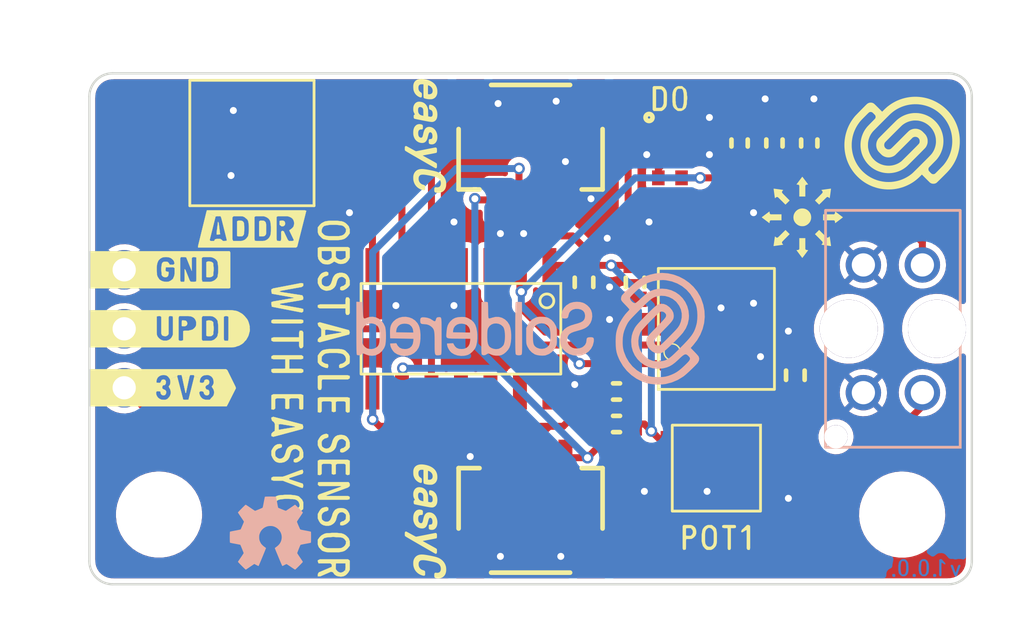
<source format=kicad_pcb>
(kicad_pcb (version 20210126) (generator pcbnew)
  (layers (0 "F.Cu" mixed) (31 "B.Cu" signal) (34 "B.Paste" user) (35 "F.Paste" user) (36 "B.SilkS" user "B.Silkscreen") (37 "F.SilkS" user "F.Silkscreen") (38 "B.Mask" user) (39 "F.Mask" user) (44 "Edge.Cuts" user))
  (net 0 "")
  (net 1 "A0")
  (net 2 "GND")
  (net 3 "3V3")
  (net 4 "Net-(D1-Pad1)")
  (net 5 "SDA")
  (net 6 "SCL")
  (net 7 "UPDI")
  (net 8 "ADD3")
  (net 9 "ADD2")
  (net 10 "ADD1")
  (net 11 "POT")
  (net 12 "Net-(R2-Pad1)")
  (net 13 "D0")
  (footprint "e-radionica.com footprinti:SOIC−8" (layer "F.Cu") (at 127 119 90)
    (fp_text reference "U2")
    (fp_text value "LM393")
    (pad "1" smd rect (at -2.7 -1.905 90) (size 1.55 0.6) (layers "F.Cu" "F.Paste" "F.Mask") (net 13 "D0"))
    (pad "2" smd rect (at -2.6 -0.635 90) (size 1.55 0.6) (layers "F.Cu" "F.Paste" "F.Mask") (net 11 "POT"))
    (pad "3" smd rect (at -2.6 0.635 90) (size 1.55 0.6) (layers "F.Cu" "F.Paste" "F.Mask") (net 1 "A0"))
    (pad "4" smd rect (at -2.6 1.905 90) (size 1.55 0.6) (layers "F.Cu" "F.Paste" "F.Mask") (net 2 "GND"))
    (pad "5" smd rect (at 2.6 1.905 90) (size 1.55 0.6) (layers "F.Cu" "F.Paste" "F.Mask"))
    (pad "6" smd rect (at 2.6 0.635 90) (size 1.55 0.6) (layers "F.Cu" "F.Paste" "F.Mask"))
    (pad "7" smd rect (at 2.6 -0.635 90) (size 1.55 0.6) (layers "F.Cu" "F.Paste" "F.Mask"))
    (pad "8" smd rect (at 2.6 -1.905 90) (size 1.55 0.6) (layers "F.Cu" "F.Paste" "F.Mask") (net 3 "3V3"))
  )
  (footprint "buzzardLabel" (layer "F.Cu") (at 127 128)
    (fp_text reference "" (at 0 0) (layer "F.SilkS") (effects (font (size 1.27 1.27))))
    (fp_text value "" (at 0 0) (layer "F.SilkS") (effects (font (size 1.27 1.27))))
  )
  (footprint "buzzardLabel" (layer "F.Cu") (at 99.6 116.46)
    (fp_text reference "" (at 0 0) (layer "F.SilkS") (effects (font (size 1.27 1.27))))
    (fp_text value "" (at 0 0) (layer "F.SilkS") (effects (font (size 1.27 1.27))))
  )
  (footprint "e-radionica.com footprinti:0603C" (layer "F.Cu") (at 123.5 117 90)
    (fp_text reference "C2")
    (fp_text value "0.1uF")
    (pad "1" smd rect (at -0.73 0 90) (size 0.66 1) (layers "F.Cu" "F.Paste" "F.Mask") (net 2 "GND"))
    (pad "2" smd rect (at 0.73 0 90) (size 0.66 1) (layers "F.Cu" "F.Paste" "F.Mask") (net 3 "3V3"))
  )
  (footprint "Soldered Graphics:Logo-Front-easyC-5mm" (layer "F.Cu") (at 114.5 110.7 -90)
    (fp_text reference "G***" hide)
    (fp_text value "LOGO" hide)
  )
  (footprint "e-radionica.com footprinti:easyC-connector" (layer "F.Cu") (at 119 126.7 180)
    (fp_text reference "K3")
    (fp_text value "easyC-SMD")
    (pad "1" smd rect (at -1.5 2.15 180) (size 0.6 1.55) (layers "F.Cu" "F.Paste" "F.Mask") (net 6 "SCL"))
    (pad "2" smd rect (at -0.5 2.15 180) (size 0.6 1.55) (layers "F.Cu" "F.Paste" "F.Mask") (net 5 "SDA"))
    (pad "3" smd rect (at 0.5 2.15 180) (size 0.6 1.55) (layers "F.Cu" "F.Paste" "F.Mask") (net 3 "3V3"))
    (pad "4" smd rect (at 1.5 2.15 180) (size 0.6 1.55) (layers "F.Cu" "F.Paste" "F.Mask") (net 2 "GND"))
    (pad "5" smd rect (at 2.6 -2.15 180) (size 1.2 1.8) (layers "F.Cu" "F.Paste" "F.Mask") (net 2 "GND"))
    (pad "5" smd rect (at -2.6 -2.15 180) (size 1.2 1.8) (layers "F.Cu" "F.Paste" "F.Mask") (net 2 "GND"))
  )
  (footprint "e-radionica.com footprinti:easyC-connector" (layer "F.Cu") (at 119 111.3)
    (fp_text reference "K1")
    (fp_text value "easyC-SMD")
    (pad "1" smd rect (at -1.5 2.15) (size 0.6 1.55) (layers "F.Cu" "F.Paste" "F.Mask") (net 6 "SCL"))
    (pad "2" smd rect (at -0.5 2.15) (size 0.6 1.55) (layers "F.Cu" "F.Paste" "F.Mask") (net 5 "SDA"))
    (pad "3" smd rect (at 0.5 2.15) (size 0.6 1.55) (layers "F.Cu" "F.Paste" "F.Mask") (net 3 "3V3"))
    (pad "4" smd rect (at 1.5 2.15) (size 0.6 1.55) (layers "F.Cu" "F.Paste" "F.Mask") (net 2 "GND"))
    (pad "5" smd rect (at -2.6 -2.15) (size 1.2 1.8) (layers "F.Cu" "F.Paste" "F.Mask") (net 2 "GND"))
    (pad "5" smd rect (at 2.6 -2.15) (size 1.2 1.8) (layers "F.Cu" "F.Paste" "F.Mask") (net 2 "GND"))
  )
  (footprint "e-radionica.com footprinti:0603R" (layer "F.Cu") (at 129.5 111 90)
    (fp_text reference "R3")
    (fp_text value "10k")
    (pad "1" smd rect (at -0.775 0 180) (size 1 0.64) (layers "F.Cu" "F.Paste" "F.Mask") (net 1 "A0"))
    (pad "2" smd rect (at 0.775 0 180) (size 1 0.64) (layers "F.Cu" "F.Paste" "F.Mask") (net 3 "3V3"))
  )
  (footprint "buzzardLabel" (layer "F.Cu") (at 99.6 121.54)
    (fp_text reference "" (at 0 0) (layer "F.SilkS") (effects (font (size 1.27 1.27))))
    (fp_text value "" (at 0 0) (layer "F.SilkS") (effects (font (size 1.27 1.27))))
  )
  (footprint "e-radionica.com footprinti:0603C" (layer "F.Cu") (at 121.3 117 -90)
    (fp_text reference "C3")
    (fp_text value "0.1uF")
    (pad "1" smd rect (at -0.73 0 270) (size 0.66 1) (layers "F.Cu" "F.Paste" "F.Mask") (net 3 "3V3"))
    (pad "2" smd rect (at 0.73 0 270) (size 0.66 1) (layers "F.Cu" "F.Paste" "F.Mask") (net 2 "GND"))
  )
  (footprint "buzzardLabel" (layer "F.Cu") (at 110.5 122 -90)
    (fp_text reference "" (at 0 0 90) (layer "F.SilkS") (effects (font (size 1.27 1.27))))
    (fp_text value "" (at 0 0 90) (layer "F.SilkS") (effects (font (size 1.27 1.27))))
  )
  (footprint "buzzardLabel" (layer "F.Cu") (at 107 114.7)
    (fp_text reference "" (at 0 0) (layer "F.SilkS") (effects (font (size 1.27 1.27))))
    (fp_text value "" (at 0 0) (layer "F.SilkS") (effects (font (size 1.27 1.27))))
  )
  (footprint "e-radionica.com footprinti:0603R" (layer "F.Cu") (at 122.7 123.1)
    (fp_text reference "R7")
    (fp_text value "10k")
    (pad "1" smd rect (at -0.775 0 90) (size 1 0.64) (layers "F.Cu" "F.Paste" "F.Mask") (net 6 "SCL"))
    (pad "2" smd rect (at 0.775 0 90) (size 1 0.64) (layers "F.Cu" "F.Paste" "F.Mask") (net 3 "3V3"))
  )
  (footprint "e-radionica.com footprinti:0402R" (layer "F.Cu") (at 125 112.5 180)
    (fp_text reference "R5")
    (fp_text value "1k")
    (pad "1" smd rect (at -0.5 0 270) (size 0.64 0.54) (layers "F.Cu" "F.Paste" "F.Mask") (net 13 "D0"))
    (pad "2" smd rect (at 0.5 0 270) (size 0.64 0.54) (layers "F.Cu" "F.Paste" "F.Mask") (net 4 "Net-(D1-Pad1)"))
  )
  (footprint "e-radionica.com footprinti:FIDUCIAL_1MM_PASTE" (layer "F.Cu") (at 107.8 110.2)
    (fp_text reference "FD1")
    (fp_text value "Fiducial_Stencil")
    (pad "1" smd circle (at 0 0) (size 1 1) (property pad_prop_fiducial_glob) (layers "F.Cu" "F.Paste" "F.Mask"))
  )
  (footprint "buzzardLabel" (layer "F.Cu") (at 108.5 122 -90)
    (fp_text reference "" (at 0 0 90) (layer "F.SilkS") (effects (font (size 1.27 1.27))))
    (fp_text value "" (at 0 0 90) (layer "F.SilkS") (effects (font (size 1.27 1.27))))
  )
  (footprint "e-radionica.com footprinti:0603C" (layer "F.Cu") (at 130.4 121 -90)
    (fp_text reference "C1")
    (fp_text value "0.1uF")
    (pad "1" smd rect (at -0.73 0 270) (size 0.66 1) (layers "F.Cu" "F.Paste" "F.Mask") (net 2 "GND"))
    (pad "2" smd rect (at 0.73 0 270) (size 0.66 1) (layers "F.Cu" "F.Paste" "F.Mask") (net 1 "A0"))
  )
  (footprint "e-radionica.com footprinti:0603R" (layer "F.Cu") (at 128 111 90)
    (fp_text reference "R4")
    (fp_text value "10k")
    (pad "1" smd rect (at -0.775 0 180) (size 1 0.64) (layers "F.Cu" "F.Paste" "F.Mask") (net 13 "D0"))
    (pad "2" smd rect (at 0.775 0 180) (size 1 0.64) (layers "F.Cu" "F.Paste" "F.Mask") (net 3 "3V3"))
  )
  (footprint "buzzardLabel" (layer "F.Cu") (at 99.6 119)
    (fp_text reference "" (at 0 0) (layer "F.SilkS") (effects (font (size 1.27 1.27))))
    (fp_text value "" (at 0 0) (layer "F.SilkS") (effects (font (size 1.27 1.27))))
  )
  (footprint "Soldered Graphics:Logo-Back-OSH-3.5mm" (layer "F.Cu") (at 107.8 127.8)
    (fp_text reference "G***" hide)
    (fp_text value "LOGO" hide)
  )
  (footprint "e-radionica.com footprinti:DSHP03TS-S" (layer "F.Cu") (at 107 111 180)
    (fp_text reference "K4")
    (fp_text value "DSHP03TS-S")
    (pad "1" smd rect (at -3.81 -1.27 270) (size 0.76 1.27) (layers "F.Cu" "F.Paste" "F.Mask") (net 10 "ADD1"))
    (pad "2" smd rect (at 3.81 -1.27 270) (size 0.76 1.27) (layers "F.Cu" "F.Paste" "F.Mask") (net 2 "GND"))
    (pad "3" smd rect (at -3.81 0 270) (size 0.76 1.27) (layers "F.Cu" "F.Paste" "F.Mask") (net 9 "ADD2"))
    (pad "4" smd rect (at 3.81 0 270) (size 0.76 1.27) (layers "F.Cu" "F.Paste" "F.Mask") (net 2 "GND"))
    (pad "5" smd rect (at -3.81 1.27 270) (size 0.76 1.27) (layers "F.Cu" "F.Paste" "F.Mask") (net 8 "ADD3"))
    (pad "6" smd rect (at 3.81 1.27 270) (size 0.76 1.27) (layers "F.Cu" "F.Paste" "F.Mask") (net 2 "GND"))
  )
  (footprint "buzzardLabel" (layer "F.Cu") (at 125 109.1)
    (fp_text reference "" (at 0 0) (layer "F.SilkS") (effects (font (size 1.27 1.27))))
    (fp_text value "" (at 0 0) (layer "F.SilkS") (effects (font (size 1.27 1.27))))
  )
  (footprint "e-radionica.com footprinti:0402LED" (layer "F.Cu") (at 125 110.5 180)
    (fp_text reference "D1")
    (fp_text value "purple")
    (pad "1" smd rect (at -0.55 0 270) (size 0.75 0.45) (layers "F.Cu" "F.Paste" "F.Mask") (net 4 "Net-(D1-Pad1)"))
    (pad "2" smd rect (at 0.55 0 270) (size 0.75 0.45) (layers "F.Cu" "F.Paste" "F.Mask") (net 2 "GND"))
  )
  (footprint "Soldered Graphics:Logo-Front-Soldered-5mm" (layer "F.Cu") (at 135 111 90)
    (fp_text reference "G***" hide)
    (fp_text value "LOGO" hide)
  )
  (footprint "Soldered Graphics:Logo-Front-easyC-5mm" (layer "F.Cu") (at 114.5 127.3 -90)
    (fp_text reference "G***" hide)
    (fp_text value "LOGO" hide)
  )
  (footprint "e-radionica.com footprinti:0603R" (layer "F.Cu") (at 122.7 121.7)
    (fp_text reference "R6")
    (fp_text value "10k")
    (pad "1" smd rect (at -0.775 0 90) (size 1 0.64) (layers "F.Cu" "F.Paste" "F.Mask") (net 5 "SDA"))
    (pad "2" smd rect (at 0.775 0 90) (size 1 0.64) (layers "F.Cu" "F.Paste" "F.Mask") (net 3 "3V3"))
  )
  (footprint "e-radionica.com footprinti:tc33x-2-103e" (layer "F.Cu") (at 127 125 -90)
    (fp_text reference "R1")
    (fp_text value "tc33x-2-103e")
    (pad "1" smd rect (at -1 1.8 270) (size 1.2 1.2) (layers "F.Cu" "F.Paste" "F.Mask") (net 3 "3V3"))
    (pad "2" smd rect (at 0 -1.45 270) (size 1.6 1.5) (layers "F.Cu" "F.Paste" "F.Mask") (net 11 "POT"))
    (pad "3" smd rect (at 1 1.8 270) (size 1.2 1.2) (layers "F.Cu" "F.Paste" "F.Mask") (net 2 "GND"))
  )
  (footprint "e-radionica.com footprinti:HOLE_3.2mm" (layer "F.Cu") (at 135 127)
    (fp_text reference "H2" hide)
    (fp_text value "HOLE_3.2mm" hide)
    (pad "" np_thru_hole circle (at 0 0) (size 3.2 3.2) (drill 3.2) (layers F&B.Cu *.Mask))
  )
  (footprint "Soldered Graphics:Symbol-Front-Movement" (layer "F.Cu") (at 130.7 114.2)
    (fp_text reference "G***" hide)
    (fp_text value "LOGO" hide)
  )
  (footprint "Soldered Graphics:Logo-Back-SolderedFULL-15mm" (layer "F.Cu") (at 119 119)
    (fp_text reference "REF**" hide)
    (fp_text value "Logo-Front-SolderedFULL-15mm" hide)
  )
  (footprint "e-radionica.com footprinti:SOIC-14" (layer "F.Cu") (at 116 119 -90)
    (fp_text reference "U3")
    (fp_text value "ATTINY404-SSNR")
    (pad "1" smd rect (at -2.7 -3.81 270) (size 1.55 0.6) (layers "F.Cu" "F.Paste" "F.Mask") (net 3 "3V3"))
    (pad "2" smd rect (at -2.7 -2.54 270) (size 1.55 0.6) (layers "F.Cu" "F.Paste" "F.Mask") (net 13 "D0"))
    (pad "3" smd rect (at -2.7 -1.27 270) (size 1.55 0.6) (layers "F.Cu" "F.Paste" "F.Mask") (net 1 "A0"))
    (pad "4" smd rect (at -2.7 0 270) (size 1.55 0.6) (layers "F.Cu" "F.Paste" "F.Mask"))
    (pad "5" smd rect (at -2.7 1.27 270) (size 1.55 0.6) (layers "F.Cu" "F.Paste" "F.Mask") (net 8 "ADD3"))
    (pad "6" smd rect (at -2.7 2.54 270) (size 1.55 0.6) (layers "F.Cu" "F.Paste" "F.Mask") (net 9 "ADD2"))
    (pad "7" smd rect (at -2.7 3.81 270) (size 1.55 0.6) (layers "F.Cu" "F.Paste" "F.Mask") (net 10 "ADD1"))
    (pad "8" smd rect (at 2.7 3.81 270) (size 1.55 0.6) (layers "F.Cu" "F.Paste" "F.Mask") (net 5 "SDA"))
    (pad "9" smd rect (at 2.7 2.54 270) (size 1.55 0.6) (layers "F.Cu" "F.Paste" "F.Mask") (net 6 "SCL"))
    (pad "10" smd rect (at 2.7 1.27 270) (size 1.55 0.6) (layers "F.Cu" "F.Paste" "F.Mask") (net 7 "UPDI"))
    (pad "11" smd rect (at 2.7 0 270) (size 1.55 0.6) (layers "F.Cu" "F.Paste" "F.Mask"))
    (pad "12" smd rect (at 2.7 -1.27 270) (size 1.55 0.6) (layers "F.Cu" "F.Paste" "F.Mask"))
    (pad "13" smd rect (at 2.7 -2.54 270) (size 1.55 0.6) (layers "F.Cu" "F.Paste" "F.Mask"))
    (pad "14" smd rect (at 2.7 -3.81 270) (size 1.55 0.6) (layers "F.Cu" "F.Paste" "F.Mask") (net 2 "GND"))
  )
  (footprint "e-radionica.com footprinti:0603R" (layer "F.Cu") (at 131 111 90)
    (fp_text reference "R2")
    (fp_text value "1k")
    (pad "1" smd rect (at -0.775 0 180) (size 1 0.64) (layers "F.Cu" "F.Paste" "F.Mask") (net 12 "Net-(R2-Pad1)"))
    (pad "2" smd rect (at 0.775 0 180) (size 1 0.64) (layers "F.Cu" "F.Paste" "F.Mask") (net 3 "3V3"))
  )
  (footprint "e-radionica.com footprinti:HOLE_3.2mm" (layer "F.Cu") (at 103 127)
    (fp_text reference "H1" hide)
    (fp_text value "HOLE_3.2mm" hide)
    (pad "" np_thru_hole circle (at 0 0) (size 3.2 3.2) (drill 3.2) (layers F&B.Cu *.Mask))
  )
  (footprint "Soldered Graphics:Version1.0.0." (layer "B.Cu") (at 136 129.3 180)
    (fp_text reference "" (at 0 0) (layer "B.SilkS") (effects (font (size 1.27 1.27)) (justify mirror)))
    (fp_text value "" (at 0 0) (layer "B.SilkS") (effects (font (size 1.27 1.27)) (justify mirror)))
    (fp_poly (pts (xy 1.31 -0.38) (xy 1.36 -0.38) (xy 1.41 -0.37) (xy 1.42 -0.33) (xy 1.42 -0.27) (xy 1.38 -0.26) (xy 1.33 -0.26) (xy 1.3 -0.29) (xy 1.3 -0.34) (xy 1.31 -0.38)) (layer "B.Cu") (width 0.01) (fill solid))
    (fp_poly (pts (xy 0.06 -0.35) (xy 0.11 -0.35) (xy 0.17 -0.33) (xy 0.13 -0.28) (xy 0.03 -0.28) (xy -0.01 -0.25) (xy -0.03 -0.2) (xy -0.05 -0.15) (xy -0.05 -0.11) (xy -0.05 0.01) (xy -0.05 0.13) (xy -0.05 0.17) (xy -0.03 0.22) (xy -0.01 0.27) (xy 0.02 0.3) (xy 0.13 0.3) (xy 0.16 0.26) (xy 0.18 0.21) (xy 0.18 0.15) (xy 0.19 0.05) (xy 0.19 -0.08) (xy 0.19 -0.12) (xy 0.18 -0.17) (xy 0.16 -0.22) (xy 0.14 -0.27) (xy 0.14 -0.28) (xy 0.17 -0.32) (xy 0.21 -0.29) (xy 0.24 -0.26) (xy 0.26 -0.22) (xy 0.27 -0.16) (xy 0.28 -0.11) (xy 0.28 -0.06) (xy 0.28 0.06) (xy 0.28 0.12) (xy 0.27 0.17) (xy 0.26 0.22) (xy 0.25 0.27) (xy 0.22 0.3) (xy 0.19 0.34) (xy 0.13 0.37) (xy 0.08 0.38) (xy 0.02 0.38) (xy -0.03 0.35) (xy -0.08 0.31) (xy -0.1 0.28) (xy -0.12 0.23) (xy -0.14 0.18) (xy -0.14 0.13) (xy -0.15 0.08) (xy -0.15 -0.04) (xy -0.14 -0.1) (xy -0.14 -0.14) (xy -0.13 -0.2) (xy -0.11 -0.25) (xy -0.08 -0.28) (xy -0.05 -0.32) (xy 0.01 -0.35) (xy 0.06 -0.35)) (layer "B.Cu") (width 0.01) (fill solid))
    (fp_poly (pts (xy -1.33 -0.35) (xy -1.27 -0.35) (xy -1.25 -0.31) (xy -1.09 0.1) (xy -1.11 0.13) (xy -1.16 0.13) (xy -1.19 0.1) (xy -1.28 -0.16) (xy -1.3 -0.21) (xy -1.32 -0.17) (xy -1.41 0.09) (xy -1.44 0.13) (xy -1.49 0.13) (xy -1.51 0.1) (xy -1.36 -0.31) (xy -1.33 -0.35)) (layer "B.Cu") (width 0.01) (fill solid))
    (fp_poly (pts (xy 0.93 -0.35) (xy 0.99 -0.35) (xy 1.04 -0.33) (xy 1.01 -0.28) (xy 0.91 -0.28) (xy 0.87 -0.25) (xy 0.85 -0.2) (xy 0.83 -0.15) (xy 0.83 -0.11) (xy 0.82 0.01) (xy 0.83 0.13) (xy 0.83 0.17) (xy 0.84 0.22) (xy 0.87 0.27) (xy 0.9 0.3) (xy 1.01 0.3) (xy 1.04 0.26) (xy 1.05 0.21) (xy 1.06 0.15) (xy 1.07 0.05) (xy 1.07 -0.08) (xy 1.06 -0.12) (xy 1.06 -0.17) (xy 1.04 -0.22) (xy 1.02 -0.27) (xy 1.01 -0.28) (xy 1.05 -0.32) (xy 1.09 -0.29) (xy 1.12 -0.26) (xy 1.14 -0.22) (xy 1.15 -0.16) (xy 1.16 -0.11) (xy 1.16 -0.06) (xy 1.16 0.06) (xy 1.16 0.12) (xy 1.15 0.17) (xy 1.14 0.22) (xy 1.13 0.27) (xy 1.1 0.3) (xy 1.06 0.34) (xy 1.01 0.37) (xy 0.95 0.38) (xy 0.9 0.38) (xy 0.84 0.35) (xy 0.8 0.31) (xy 0.78 0.28) (xy 0.75 0.23) (xy 0.74 0.18) (xy 0.74 0.13) (xy 0.73 0.08) (xy 0.73 -0.04) (xy 0.73 -0.1) (xy 0.74 -0.14) (xy 0.75 -0.2) (xy 0.77 -0.25) (xy 0.79 -0.28) (xy 0.83 -0.32) (xy 0.89 -0.35) (xy 0.93 -0.35)) (layer "B.Cu") (width 0.01) (fill solid))
    (fp_poly (pts (xy -0.67 -0.35) (xy -0.62 -0.35) (xy -0.6 -0.31) (xy -0.6 0.35) (xy -0.64 0.38) (xy -0.69 0.38) (xy -0.73 0.34) (xy -0.84 0.22) (xy -0.86 0.17) (xy -0.83 0.16) (xy -0.73 0.22) (xy -0.69 0.23) (xy -0.69 -0.31) (xy -0.67 -0.35)) (layer "B.Cu") (width 0.01) (fill solid))
    (fp_poly (pts (xy -0.44 -0.38) (xy -0.39 -0.38) (xy -0.34 -0.37) (xy -0.34 -0.33) (xy -0.34 -0.27) (xy -0.38 -0.26) (xy -0.43 -0.26) (xy -0.46 -0.29) (xy -0.46 -0.34) (xy -0.44 -0.38)) (layer "B.Cu") (width 0.01) (fill solid))
    (fp_poly (pts (xy 0.43 -0.38) (xy 0.48 -0.38) (xy 0.54 -0.37) (xy 0.54 -0.33) (xy 0.54 -0.27) (xy 0.5 -0.26) (xy 0.45 -0.26) (xy 0.42 -0.29) (xy 0.42 -0.34) (xy 0.43 -0.38)) (layer "B.Cu") (width 0.01) (fill solid))
  )
  (footprint "e-radionica.com footprinti:TCRT5000L" (layer "B.Cu") (at 134.6 119 90)
    (fp_text reference "U1")
    (fp_text value "tcrt5000L")
    (pad "" thru_hole circle (at 0 -1.9 90) (size 2.5 2.5) (drill 2.5) (layers *.Cu *.Mask))
    (pad "" thru_hole circle (at -4.65 -2.45 90) (size 1 1) (drill 1) (layers *.Cu *.Mask))
    (pad "" thru_hole circle (at 0 1.9 90) (size 2.5 2.5) (drill 2.5) (layers *.Cu *.Mask))
    (pad "A" thru_hole circle (at 2.75 1.27 90) (size 1.524 1.524) (drill 1) (layers *.Cu *.Mask) (net 12 "Net-(R2-Pad1)"))
    (pad "Cath" thru_hole circle (at 2.75 -1.27 90) (size 1.524 1.524) (drill 1) (layers *.Cu *.Mask) (net 2 "GND"))
    (pad "Coll" thru_hole circle (at -2.75 1.27 90) (size 1.524 1.524) (drill 1) (layers *.Cu *.Mask) (net 1 "A0"))
    (pad "E" thru_hole circle (at -2.75 -1.27 90) (size 1.524 1.524) (drill 1) (layers *.Cu *.Mask) (net 2 "GND"))
  )
  (footprint "e-radionica.com footprinti:HEADER-UPDI" (layer "B.Cu") (at 101.5 119 90)
    (fp_text reference "K2")
    (fp_text value "HEADER-UPDI")
    (pad "1" thru_hole circle (at -2.54 0 90) (size 1.7 1.7) (drill 1) (layers *.Cu "F.Mask") (net 3 "3V3"))
    (pad "2" thru_hole circle (at 0 0 90) (size 1.7 1.7) (drill 1) (layers *.Cu "F.Mask") (net 7 "UPDI"))
    (pad "3" thru_hole circle (at 2.54 0 90) (size 1.7 1.7) (drill 1) (layers *.Cu "F.Mask") (net 2 "GND"))
  )
  (gr_line (start 137 130) (end 101 130) (layer "Edge.Cuts") (width 0.1))
  (gr_line (start 101 108) (end 137 108) (layer "Edge.Cuts") (width 0.1))
  (gr_line (start 138 109) (end 138 129) (layer "Edge.Cuts") (width 0.1))
  (gr_arc (start 137 109) (end 137 108) (angle 90) (layer "Edge.Cuts") (width 0.1))
  (gr_line (start 100 129) (end 100 109) (layer "Edge.Cuts") (width 0.1))
  (gr_arc (start 137 129) (end 138 129) (angle 90) (layer "Edge.Cuts") (width 0.1))
  (gr_arc (start 101 129) (end 101 130) (angle 90) (layer "Edge.Cuts") (width 0.1))
  (gr_arc (start 101 109) (end 101 108) (angle -90) (layer "Edge.Cuts") (width 0.1))
  (segment (start 128.3 119.7) (end 128.4 119.6) (width 0.3) (layer "F.Cu") (net 1))
  (segment (start 129.5 113.8) (end 129.5 111.775) (width 0.3) (layer "F.Cu") (net 1))
  (segment (start 133.1 125.1) (end 131.7 125.1) (width 0.3) (layer "F.Cu") (net 1))
  (segment (start 117.27 117.57) (end 119.4 119.7) (width 0.3) (layer "F.Cu") (net 1))
  (segment (start 127.635 122.835) (end 127.635 121.6) (width 0.3) (layer "F.Cu") (net 1))
  (segment (start 127.635 121.6) (end 127.635 120.365) (width 0.3) (layer "F.Cu") (net 1))
  (segment (start 135.87 122.33) (end 133.1 125.1) (width 0.3) (layer "F.Cu") (net 1))
  (segment (start 130.3 117.7) (end 130.3 114.6) (width 0.3) (layer "F.Cu") (net 1))
  (segment (start 130.5 121.73) (end 130.5 123.9) (width 0.3) (layer "F.Cu") (net 1))
  (segment (start 130.5 123.9) (end 130 123.4) (width 0.3) (layer "F.Cu") (net 1))
  (segment (start 128.4 119.6) (end 130.3 117.7) (width 0.3) (layer "F.Cu") (net 1))
  (segment (start 135.87 121.75) (end 135.87 122.33) (width 0.3) (layer "F.Cu") (net 1))
  (segment (start 117.27 116.3) (end 117.27 117.57) (width 0.3) (layer "F.Cu") (net 1))
  (segment (start 131.7 125.1) (end 130.5 123.9) (width 0.3) (layer "F.Cu") (net 1))
  (segment (start 127.635 120.365) (end 128.4 119.6) (width 0.3) (layer "F.Cu") (net 1))
  (segment (start 119.4 119.7) (end 128.3 119.7) (width 0.3) (layer "F.Cu") (net 1))
  (segment (start 130.3 114.6) (end 129.5 113.8) (width 0.3) (layer "F.Cu") (net 1))
  (segment (start 128.2 123.4) (end 127.635 122.835) (width 0.3) (layer "F.Cu") (net 1))
  (segment (start 130 123.4) (end 128.2 123.4) (width 0.3) (layer "F.Cu") (net 1))
  (via (at 126.7 111.5) (size 0.5) (drill 0.3) (layers "F.Cu" "B.Cu") (net 2))
  (via (at 115.7 118) (size 0.5) (drill 0.3) (layers "F.Cu" "B.Cu") (net 2))
  (via (at 130.1 119.1) (size 0.5) (drill 0.3) (layers "F.Cu" "B.Cu") (net 2))
  (via (at 128.9 120.2) (size 0.5) (drill 0.3) (layers "F.Cu" "B.Cu") (net 2))
  (via (at 129.1 109.1) (size 0.5) (drill 0.3) (layers "F.Cu" "B.Cu") (net 2))
  (via (at 123.9 126) (size 0.5) (drill 0.3) (layers "F.Cu" "B.Cu") (net 2))
  (via (at 117.6 109.3) (size 0.5) (drill 0.3) (layers "F.Cu" "B.Cu") (net 2))
  (via (at 118.7 114.9) (size 0.5) (drill 0.3) (layers "F.Cu" "B.Cu") (net 2))
  (via (at 124 111.5) (size 0.5) (drill 0.3) (layers "F.Cu" "B.Cu") (net 2))
  (via (at 113.2 118) (size 0.5) (drill 0.3) (layers "F.Cu" "B.Cu") (net 2))
  (via (at 111.2 114) (size 0.5) (drill 0.3) (layers "F.Cu" "B.Cu") (net 2))
  (via (at 120.5 111.8) (size 0.5) (drill 0.3) (layers "F.Cu" "B.Cu") (net 2))
  (via (at 128.6 114) (size 0.5) (drill 0.3) (layers "F.Cu" "B.Cu") (net 2))
  (via (at 130.1 126.3) (size 0.5) (drill 0.3) (layers "F.Cu" "B.Cu") (net 2))
  (via (at 131.2 109.1) (size 0.5) (drill 0.3) (layers "F.Cu" "B.Cu") (net 2))
  (via (at 106.1 112.4) (size 0.5) (drill 0.3) (layers "F.Cu" "B.Cu") (net 2))
  (via (at 124.1 114.4) (size 0.5) (drill 0.3) (layers "F.Cu" "B.Cu") (net 2))
  (via (at 117.7 114.9) (size 0.5) (drill 0.3) (layers "F.Cu" "B.Cu") (net 2))
  (via (at 127.2 118.1) (size 0.5) (drill 0.3) (layers "F.Cu" "B.Cu") (net 2))
  (via (at 106.2 109.6) (size 0.5) (drill 0.3) (layers "F.Cu" "B.Cu") (net 2))
  (via (at 122.4 117.2) (size 0.5) (drill 0.3) (layers "F.Cu" "B.Cu") (net 2))
  (via (at 120.3 128.8) (size 0.5) (drill 0.3) (layers "F.Cu" "B.Cu") (net 2))
  (via (at 115.7 114.4) (size 0.5) (drill 0.3) (layers "F.Cu" "B.Cu") (net 2))
  (via (at 122.4 118.6) (size 0.5) (drill 0.3) (layers "F.Cu" "B.Cu") (net 2))
  (via (at 120.1 109.2) (size 0.5) (drill 0.3) (layers "F.Cu" "B.Cu") (net 2))
  (via (at 122.3 115.1) (size 0.5) (drill 0.3) (layers "F.Cu" "B.Cu") (net 2))
  (via (at 120.9 121.4) (size 0.5) (drill 0.3) (layers "F.Cu" "B.Cu") (net 2))
  (via (at 121.6 113.4) (size 0.5) (drill 0.3) (layers "F.Cu" "B.Cu") (net 2))
  (via (at 126.6 126) (size 0.5) (drill 0.3) (layers "F.Cu" "B.Cu") (net 2))
  (via (at 128.6 117.9) (size 0.5) (drill 0.3) (layers "F.Cu" "B.Cu") (net 2))
  (via (at 116.4 124.5) (size 0.5) (drill 0.3) (layers "F.Cu" "B.Cu") (net 2))
  (via (at 126.7 109.9) (size 0.5) (drill 0.3) (layers "F.Cu" "B.Cu") (net 2))
  (via (at 117.7 128.8) (size 0.5) (drill 0.3) (layers "F.Cu" "B.Cu") (net 2))
  (segment (start 120.1 115) (end 120.8 115) (width 0.3) (layer "F.Cu") (net 3))
  (segment (start 122.47 116.27) (end 123.5 116.27) (width 0.3) (layer "F.Cu") (net 3))
  (segment (start 129.5 110.225) (end 131 110.225) (width 0.3) (layer "F.Cu") (net 3))
  (segment (start 101.5 121.54) (end 106.46 126.5) (width 0.3) (layer "F.Cu") (net 3))
  (segment (start 119.5 114.4) (end 120.1 115) (width 0.3) (layer "F.Cu") (net 3))
  (segment (start 119.5 113.45) (end 119.5 114.4) (width 0.3) (layer "F.Cu") (net 3))
  (segment (start 121.3 116.27) (end 119.84 116.27) (width 0.3) (layer "F.Cu") (net 3))
  (segment (start 123.5 116.27) (end 123.2 115.97) (width 0.3) (layer "F.Cu") (net 3))
  (segment (start 123.2 109.8) (end 123.9 109.1) (width 0.3) (layer "F.Cu") (net 3))
  (segment (start 121.3 115.5) (end 121.3 116.27) (width 0.3) (layer "F.Cu") (net 3))
  (segment (start 124.965 116.27) (end 125.095 116.4) (width 0.3) (layer "F.Cu") (net 3))
  (segment (start 128 110.225) (end 129.5 110.225) (width 0.3) (layer "F.Cu") (net 3))
  (segment (start 106.46 126.5) (end 119.2 126.5) (width 0.3) (layer "F.Cu") (net 3))
  (segment (start 118.5 125.8) (end 119.2 126.5) (width 0.3) (layer "F.Cu") (net 3))
  (segment (start 123.5 116.27) (end 124.965 116.27) (width 0.3) (layer "F.Cu") (net 3))
  (segment (start 123.475 124.825) (end 123.475 123.1) (width 0.3) (layer "F.Cu") (net 3))
  (segment (start 124.8 124) (end 123.9 123.1) (width 0.3) (layer "F.Cu") (net 3))
  (segment (start 121.8 126.5) (end 121.9 126.4) (width 0.3) (layer "F.Cu") (net 3))
  (segment (start 121.3 116.27) (end 122.47 116.27) (width 0.3) (layer "F.Cu") (net 3))
  (segment (start 123.9 123.1) (end 123.475 123.1) (width 0.3) (layer "F.Cu") (net 3))
  (segment (start 123.9 109.1) (end 127.3 109.1) (width 0.3) (layer "F.Cu") (net 3))
  (segment (start 119.2 126.5) (end 121.8 126.5) (width 0.3) (layer "F.Cu") (net 3))
  (segment (start 120.8 115) (end 121.3 115.5) (width 0.3) (layer "F.Cu") (net 3))
  (segment (start 119.84 116.27) (end 119.81 116.3) (width 0.3) (layer "F.Cu") (net 3))
  (segment (start 128 109.8) (end 128 110.225) (width 0.3) (layer "F.Cu") (net 3))
  (segment (start 123.2 115.97) (end 123.2 109.8) (width 0.3) (layer "F.Cu") (net 3))
  (segment (start 118.5 124.55) (end 118.5 125.8) (width 0.3) (layer "F.Cu") (net 3))
  (segment (start 125.2 124) (end 124.8 124) (width 0.3) (layer "F.Cu") (net 3))
  (segment (start 127.3 109.1) (end 128 109.8) (width 0.3) (layer "F.Cu") (net 3))
  (segment (start 123.475 123.1) (end 123.475 121.7) (width 0.3) (layer "F.Cu") (net 3))
  (segment (start 121.8 126.5) (end 123.475 124.825) (width 0.3) (layer "F.Cu") (net 3))
  (via (at 124.2 123.4) (size 0.5) (drill 0.3) (layers "F.Cu" "B.Cu") (net 3))
  (via (at 122.47 116.27) (size 0.5) (drill 0.3) (layers "F.Cu" "B.Cu") (net 3))
  (segment (start 124.2 123.4) (end 124.2 118) (width 0.3) (layer "B.Cu") (net 3))
  (segment (start 124.2 118) (end 122.47 116.27) (width 0.3) (layer "B.Cu") (net 3))
  (segment (start 124.5 112.1) (end 125.55 111.05) (width 0.3) (layer "F.Cu") (net 4))
  (segment (start 125.55 111.05) (end 125.55 110.5) (width 0.3) (layer "F.Cu") (net 4))
  (segment (start 124.5 112.5) (end 124.5 112.1) (width 0.3) (layer "F.Cu") (net 4))
  (segment (start 112.2 121.71) (end 112.19 121.7) (width 0.3) (layer "F.Cu") (net 5))
  (segment (start 121.9 121.7) (end 121.925 121.7) (width 0.3) (layer "F.Cu") (net 5))
  (segment (start 120.4 123.2) (end 121.9 121.7) (width 0.3) (layer "F.Cu") (net 5))
  (segment (start 119.5 124.55) (end 119.5 123.5) (width 0.3) (layer "F.Cu") (net 5))
  (segment (start 118.5 113.45) (end 118.5 112.1) (width 0.3) (layer "F.Cu") (net 5))
  (segment (start 119.5 123.5) (end 119.8 123.2) (width 0.3) (layer "F.Cu") (net 5))
  (segment (start 119.8 123.2) (end 120.4 123.2) (width 0.3) (layer "F.Cu") (net 5))
  (segment (start 112.2 122.9) (end 112.2 121.71) (width 0.3) (layer "F.Cu") (net 5))
  (segment (start 112.19 121.7) (end 112.19 122.29) (width 0.3) (layer "F.Cu") (net 5))
  (segment (start 112.5 123.2) (end 112.2 122.9) (width 0.3) (layer "F.Cu") (net 5))
  (segment (start 119.8 123.2) (end 112.5 123.2) (width 0.3) (layer "F.Cu") (net 5))
  (via (at 118.5 112.1) (size 0.5) (drill 0.3) (layers "F.Cu" "B.Cu") (net 5))
  (via (at 112.2 122.9) (size 0.5) (drill 0.3) (layers "F.Cu" "B.Cu") (net 5))
  (segment (start 112.2 115.7) (end 115.8 112.1) (width 0.3) (layer "B.Cu") (net 5))
  (segment (start 115.8 112.1) (end 118.5 112.1) (width 0.3) (layer "B.Cu") (net 5))
  (segment (start 112.2 122.9) (end 112.2 115.7) (width 0.3) (layer "B.Cu") (net 5))
  (segment (start 113.46 120.74) (end 113.5 120.7) (width 0.3) (layer "F.Cu") (net 6))
  (segment (start 120.5 124.55) (end 121.45 124.55) (width 0.3) (layer "F.Cu") (net 6))
  (segment (start 113.46 121.7) (end 113.46 120.74) (width 0.3) (layer "F.Cu") (net 6))
  (segment (start 116.65 113.45) (end 117.5 113.45) (width 0.3) (layer "F.Cu") (net 6))
  (segment (start 121.925 124.075) (end 121.925 123.1) (width 0.3) (layer "F.Cu") (net 6))
  (segment (start 121.45 124.55) (end 121.925 124.075) (width 0.3) (layer "F.Cu") (net 6))
  (segment (start 116.6 113.4) (end 116.65 113.45) (width 0.3) (layer "F.Cu") (net 6))
  (via (at 116.6 113.4) (size 0.5) (drill 0.3) (layers "F.Cu" "B.Cu") (net 6))
  (via (at 113.5 120.7) (size 0.5) (drill 0.3) (layers "F.Cu" "B.Cu") (net 6))
  (via (at 121.45 124.55) (size 0.5) (drill 0.3) (layers "F.Cu" "B.Cu") (net 6))
  (segment (start 113.5 120.7) (end 117.6 120.7) (width 0.3) (layer "B.Cu") (net 6))
  (segment (start 116.6 119.7) (end 117.6 120.7) (width 0.3) (layer "B.Cu") (net 6))
  (segment (start 116.6 113.4) (end 116.6 119.7) (width 0.3) (layer "B.Cu") (net 6))
  (segment (start 117.6 120.7) (end 121.45 124.55) (width 0.3) (layer "B.Cu") (net 6))
  (segment (start 114.73 120.03) (end 113.7 119) (width 0.3) (layer "F.Cu") (net 7))
  (segment (start 113.7 119) (end 101.5 119) (width 0.3) (layer "F.Cu") (net 7))
  (segment (start 114.73 121.7) (end 114.73 120.03) (width 0.3) (layer "F.Cu") (net 7))
  (segment (start 112.13 109.73) (end 110.81 109.73) (width 0.3) (layer "F.Cu") (net 8))
  (segment (start 114.73 112.33) (end 112.13 109.73) (width 0.3) (layer "F.Cu") (net 8))
  (segment (start 114.73 116.3) (end 114.73 112.33) (width 0.3) (layer "F.Cu") (net 8))
  (segment (start 113.46 112.26) (end 112.2 111) (width 0.3) (layer "F.Cu") (net 9))
  (segment (start 113.46 116.3) (end 113.46 112.26) (width 0.3) (layer "F.Cu") (net 9))
  (segment (start 112.2 111) (end 110.81 111) (width 0.3) (layer "F.Cu") (net 9))
  (segment (start 112.19 112.79) (end 111.67 112.27) (width 0.3) (layer "F.Cu") (net 10))
  (segment (start 111.67 112.27) (end 110.81 112.27) (width 0.3) (layer "F.Cu") (net 10))
  (segment (start 112.19 116.3) (end 112.19 112.79) (width 0.3) (layer "F.Cu") (net 10))
  (segment (start 126.365 121.6) (end 126.365 122.965) (width 0.3) (layer "F.Cu") (net 11))
  (segment (start 126.365 122.965) (end 128.4 125) (width 0.3) (layer "F.Cu") (net 11))
  (segment (start 128.4 125) (end 128.45 125) (width 0.3) (layer "F.Cu") (net 11))
  (segment (start 132.2 114.5) (end 135.1 114.5) (width 0.3) (layer "F.Cu") (net 12))
  (segment (start 131 111.775) (end 131 113.3) (width 0.3) (layer "F.Cu") (net 12))
  (segment (start 135.87 115.27) (end 135.1 114.5) (width 0.3) (layer "F.Cu") (net 12))
  (segment (start 135.87 116.25) (end 135.87 115.27) (width 0.3) (layer "F.Cu") (net 12))
  (segment (start 131 113.3) (end 132.2 114.5) (width 0.3) (layer "F.Cu") (net 12))
  (segment (start 121.1 120.5) (end 124.5 120.5) (width 0.3) (layer "F.Cu") (net 13))
  (segment (start 126.3 112.5) (end 127.275 112.5) (width 0.3) (layer "F.Cu") (net 13))
  (segment (start 124.5 120.5) (end 125.095 121.095) (width 0.3) (layer "F.Cu") (net 13))
  (segment (start 118.54 116.3) (end 118.54 117.34) (width 0.3) (layer "F.Cu") (net 13))
  (segment (start 118.54 117.34) (end 118.6 117.4) (width 0.3) (layer "F.Cu") (net 13))
  (segment (start 125.095 121.095) (end 125.095 121.7) (width 0.3) (layer "F.Cu") (net 13))
  (segment (start 125.5 112.5) (end 126.3 112.5) (width 0.3) (layer "F.Cu") (net 13))
  (segment (start 127.275 112.5) (end 128 111.775) (width 0.3) (layer "F.Cu") (net 13))
  (via (at 118.6 117.4) (size 0.5) (drill 0.3) (layers "F.Cu" "B.Cu") (net 13))
  (via (at 126.3 112.5) (size 0.5) (drill 0.3) (layers "F.Cu" "B.Cu") (net 13))
  (via (at 121.1 120.5) (size 0.5) (drill 0.3) (layers "F.Cu" "B.Cu") (net 13))
  (segment (start 123.5 112.5) (end 126.3 112.5) (width 0.3) (layer "B.Cu") (net 13))
  (segment (start 118.6 118) (end 118.6 117.4) (width 0.3) (layer "B.Cu") (net 13))
  (segment (start 118.6 117.4) (end 123.5 112.5) (width 0.3) (layer "B.Cu") (net 13))
  (segment (start 121.1 120.5) (end 118.6 118) (width 0.3) (layer "B.Cu") (net 13))
  (zone (net 2) (net_name "GND") (layers F&B.Cu) (connect_pads (clearance 0.254)) (min_thickness 0.254) (fill yes (thermal_gap 0.254) (thermal_bridge_width 0.254))
    (polygon (pts (xy 138 130) (xy 100 130) (xy 100 108) (xy 138 108)))
  )
)
</source>
